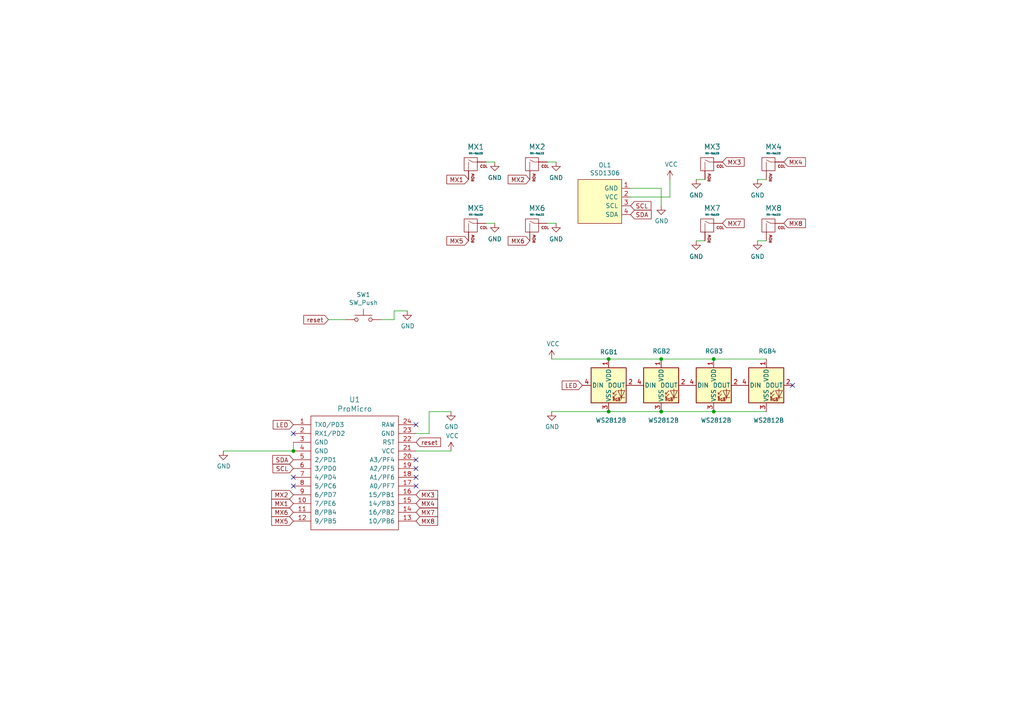
<source format=kicad_sch>
(kicad_sch (version 20211123) (generator eeschema)
  (paper "A4")
  (lib_symbols
    (symbol "LED:WS2812B" (pin_names (offset 0.254))
      (property "Reference" "D" (at 5.08 5.715 0))
      (property "Value" "WS2812B" (at 1.27 -5.715 0))
      (symbol "WS2812B_0_0"
        (text "RGB" (at 2.286 -4.191 0) (effects (font (size 0.762 0.762))))
      )
      (symbol "WS2812B_0_1"
        (polyline (pts (xy 1.27 -3.556) (xy 1.778 -3.556)))
        (polyline (pts (xy 1.27 -2.54) (xy 1.778 -2.54)))
        (polyline (pts (xy 4.699 -3.556) (xy 2.667 -3.556)))
        (polyline (pts (xy 2.286 -2.54) (xy 1.27 -3.556) (xy 1.27 -3.048)))
        (polyline (pts (xy 2.286 -1.524) (xy 1.27 -2.54) (xy 1.27 -2.032)))
        (polyline (pts (xy 3.683 -1.016) (xy 3.683 -3.556) (xy 3.683 -4.064)))
        (polyline (pts (xy 4.699 -1.524) (xy 2.667 -1.524) (xy 3.683 -3.556) (xy 4.699 -1.524)))
        (rectangle (start 5.08 5.08) (end -5.08 -5.08) (stroke (width 0.254)) (fill (type background)))
      )
      (symbol "WS2812B_1_1"
        (pin power_in line (at 0 7.62 270) (length 2.54) (name "VDD") (number "1"))
        (pin output line (at 7.62 0 180) (length 2.54) (name "DOUT") (number "2"))
        (pin power_in line (at 0 -7.62 90) (length 2.54) (name "VSS") (number "3"))
        (pin input line (at -7.62 0 0) (length 2.54) (name "DIN") (number "4"))
      )
    )
    (symbol "MX_Alps_Hybrid:MX-NoLED" (pin_names (offset 1.016))
      (property "Reference" "MX" (at -0.635 3.81 0))
      (property "Value" "MX_Alps_Hybrid_MX-NoLED" (at -0.635 1.27 0))
      (symbol "MX-NoLED_0_0"
        (rectangle (start -2.54 2.54) (end 1.27 -1.27))
        (polyline (pts (xy -1.27 -1.27) (xy -1.27 1.27)) (stroke (width 0.127)))
        (polyline (pts (xy 1.27 1.27) (xy 0 1.27) (xy -1.27 1.905)) (stroke (width 0.127)))
        (text "COL" (at 3.175 0 0) (effects (font (size 0.762 0.762))))
        (text "ROW" (at 0 -1.905 900) (effects (font (size 0.762 0.762)) (justify right)))
      )
      (symbol "MX-NoLED_1_1"
        (pin passive line (at 3.81 1.27 180) (length 2.54) (name "COL") (number "1"))
        (pin passive line (at -1.27 -3.81 90) (length 2.54) (name "ROW") (number "2"))
      )
    )
    (symbol "SSD1306-128x64_OLED:SSD1306" (pin_names (offset 1.016))
      (property "Reference" "Brd" (at 0 -3.81 0))
      (property "Value" "SSD1306-128x64_OLED_SSD1306" (at 0 -1.27 0))
      (symbol "SSD1306_0_1"
        (rectangle (start -6.35 6.35) (end 6.35 -6.35) (fill (type background)))
      )
      (symbol "SSD1306_1_1"
        (pin input line (at -3.81 8.89 270) (length 2.54) (name "GND") (number "1"))
        (pin input line (at -1.27 8.89 270) (length 2.54) (name "VCC") (number "2"))
        (pin input line (at 1.27 8.89 270) (length 2.54) (name "SCL") (number "3"))
        (pin input line (at 3.81 8.89 270) (length 2.54) (name "SDA") (number "4"))
      )
    )
    (symbol "Switch:SW_Push" (pin_numbers hide) (pin_names (offset 1.016) hide)
      (property "Reference" "SW" (at 1.27 2.54 0))
      (property "Value" "SW_Push" (at 0 -1.524 0))
      (symbol "SW_Push_0_1"
        (circle (center -2.032 0) (radius 0.508))
        (polyline (pts (xy 0 1.27) (xy 0 3.048)))
        (polyline (pts (xy 2.54 1.27) (xy -2.54 1.27)))
        (circle (center 2.032 0) (radius 0.508))
        (pin passive line (at -5.08 0 0) (length 2.54) (name "1") (number "1"))
        (pin passive line (at 5.08 0 180) (length 2.54) (name "2") (number "2"))
      )
    )
    (symbol "keebio:ProMicro" (pin_names (offset 1.016))
      (property "Reference" "U" (at 0 0 0))
      (property "Value" "keebio_ProMicro" (at 0 -19.05 0))
      (symbol "ProMicro_0_1"
        (rectangle (start -12.7 -16.51) (end 12.7 16.51))
      )
      (symbol "ProMicro_1_1"
        (pin input line (at -17.78 13.97 0) (length 5.08) (name "TX0/PD3") (number "1"))
        (pin input line (at -17.78 -8.89 0) (length 5.08) (name "7/PE6") (number "10"))
        (pin input line (at -17.78 -11.43 0) (length 5.08) (name "8/PB4") (number "11"))
        (pin input line (at -17.78 -13.97 0) (length 5.08) (name "9/PB5") (number "12"))
        (pin input line (at 17.78 -13.97 180) (length 5.08) (name "10/PB6") (number "13"))
        (pin input line (at 17.78 -11.43 180) (length 5.08) (name "16/PB2") (number "14"))
        (pin input line (at 17.78 -8.89 180) (length 5.08) (name "14/PB3") (number "15"))
        (pin input line (at 17.78 -6.35 180) (length 5.08) (name "15/PB1") (number "16"))
        (pin input line (at 17.78 -3.81 180) (length 5.08) (name "A0/PF7") (number "17"))
        (pin input line (at 17.78 -1.27 180) (length 5.08) (name "A1/PF6") (number "18"))
        (pin input line (at 17.78 1.27 180) (length 5.08) (name "A2/PF5") (number "19"))
        (pin input line (at -17.78 11.43 0) (length 5.08) (name "RX1/PD2") (number "2"))
        (pin input line (at 17.78 3.81 180) (length 5.08) (name "A3/PF4") (number "20"))
        (pin input line (at 17.78 6.35 180) (length 5.08) (name "VCC") (number "21"))
        (pin input line (at 17.78 8.89 180) (length 5.08) (name "RST") (number "22"))
        (pin input line (at 17.78 11.43 180) (length 5.08) (name "GND") (number "23"))
        (pin input line (at 17.78 13.97 180) (length 5.08) (name "RAW") (number "24"))
        (pin input line (at -17.78 8.89 0) (length 5.08) (name "GND") (number "3"))
        (pin input line (at -17.78 6.35 0) (length 5.08) (name "GND") (number "4"))
        (pin input line (at -17.78 3.81 0) (length 5.08) (name "2/PD1") (number "5"))
        (pin input line (at -17.78 1.27 0) (length 5.08) (name "3/PD0") (number "6"))
        (pin input line (at -17.78 -1.27 0) (length 5.08) (name "4/PD4") (number "7"))
        (pin input line (at -17.78 -3.81 0) (length 5.08) (name "5/PC6") (number "8"))
        (pin input line (at -17.78 -6.35 0) (length 5.08) (name "6/PD7") (number "9"))
      )
    )
    (symbol "power:GND" (power) (pin_names (offset 0))
      (property "Value" "GND" (at 0 -3.81 0))
      (symbol "GND_0_1"
        (polyline (pts (xy 0 0) (xy 0 -1.27) (xy 1.27 -1.27) (xy 0 -2.54) (xy -1.27 -1.27) (xy 0 -1.27)))
      )
      (symbol "GND_1_1"
        (pin power_in line (at 0 0 270) (length 0) hide (name "GND") (number "1"))
      )
    )
    (symbol "power:VCC" (power) (pin_names (offset 0))
      (property "Value" "VCC" (at 0 3.81 0))
      (symbol "VCC_0_1"
        (polyline (pts (xy -0.762 1.27) (xy 0 2.54)))
        (polyline (pts (xy 0 0) (xy 0 2.54)))
        (polyline (pts (xy 0 2.54) (xy 0.762 1.27)))
      )
      (symbol "VCC_1_1"
        (pin power_in line (at 0 0 90) (length 0) hide (name "VCC") (number "1"))
      )
    )
  )
  (junction (at 85.09 130.81))
  (junction (at 207.01 104.14))
  (junction (at 176.53 104.14))
  (junction (at 207.01 119.38))
  (junction (at 191.77 104.14))
  (junction (at 176.53 119.38))
  (junction (at 191.77 119.38))
  (no_connect (at 120.65 140.97))
  (no_connect (at 85.09 125.73))
  (no_connect (at 85.09 138.43))
  (no_connect (at 120.65 138.43))
  (no_connect (at 120.65 123.19))
  (no_connect (at 120.65 135.89))
  (no_connect (at 120.65 133.35))
  (no_connect (at 229.87 111.76))
  (no_connect (at 85.09 140.97))
  (wire (pts (xy 124.46 119.38) (xy 124.46 125.73)))
  (wire (pts (xy 219.71 69.85) (xy 222.25 69.85)))
  (wire (pts (xy 114.3 92.71) (xy 114.3 90.17)))
  (wire (pts (xy 176.53 119.38) (xy 191.77 119.38)))
  (wire (pts (xy 219.71 52.07) (xy 222.25 52.07)))
  (wire (pts (xy 130.81 119.38) (xy 124.46 119.38)))
  (wire (pts (xy 85.09 130.81) (xy 64.77 130.81)))
  (wire (pts (xy 201.93 69.85) (xy 204.47 69.85)))
  (wire (pts (xy 160.02 119.38) (xy 176.53 119.38)))
  (wire (pts (xy 158.75 46.99) (xy 161.29 46.99)))
  (wire (pts (xy 95.25 92.71) (xy 100.33 92.71)))
  (wire (pts (xy 182.88 54.61) (xy 191.77 54.61)))
  (wire (pts (xy 120.65 130.81) (xy 130.81 130.81)))
  (wire (pts (xy 201.93 52.07) (xy 204.47 52.07)))
  (wire (pts (xy 140.97 46.99) (xy 143.51 46.99)))
  (wire (pts (xy 110.49 92.71) (xy 114.3 92.71)))
  (wire (pts (xy 158.75 64.77) (xy 161.29 64.77)))
  (wire (pts (xy 191.77 119.38) (xy 207.01 119.38)))
  (wire (pts (xy 85.09 128.27) (xy 85.09 130.81)))
  (wire (pts (xy 140.97 64.77) (xy 143.51 64.77)))
  (wire (pts (xy 191.77 54.61) (xy 191.77 59.69)))
  (wire (pts (xy 120.65 125.73) (xy 124.46 125.73)))
  (wire (pts (xy 114.3 90.17) (xy 118.11 90.17)))
  (wire (pts (xy 160.02 104.14) (xy 176.53 104.14)))
  (wire (pts (xy 194.31 52.07) (xy 194.31 57.15)))
  (wire (pts (xy 222.25 119.38) (xy 207.01 119.38)))
  (wire (pts (xy 207.01 104.14) (xy 222.25 104.14)))
  (wire (pts (xy 176.53 104.14) (xy 191.77 104.14)))
  (wire (pts (xy 182.88 57.15) (xy 194.31 57.15)))
  (wire (pts (xy 191.77 104.14) (xy 207.01 104.14)))
  (global_label "MX7" (shape input) (at 120.65 148.59 0) (property "Intersheet References" "${INTERSHEET_REFS}" (effects hide)))
  (global_label "LED" (shape input) (at 85.09 123.19 180) (property "Intersheet References" "${INTERSHEET_REFS}" (effects hide)))
  (global_label "MX3" (shape input) (at 209.55 46.99 0) (property "Intersheet References" "${INTERSHEET_REFS}" (effects hide)))
  (global_label "MX7" (shape input) (at 209.55 64.77 0) (property "Intersheet References" "${INTERSHEET_REFS}" (effects hide)))
  (global_label "SDA" (shape input) (at 182.88 62.23 0) (property "Intersheet References" "${INTERSHEET_REFS}" (effects hide)))
  (global_label "MX4" (shape input) (at 120.65 146.05 0) (property "Intersheet References" "${INTERSHEET_REFS}" (effects hide)))
  (global_label "reset" (shape input) (at 95.25 92.71 180) (property "Intersheet References" "${INTERSHEET_REFS}" (effects hide)))
  (global_label "SCL" (shape input) (at 182.88 59.69 0) (property "Intersheet References" "${INTERSHEET_REFS}" (effects hide)))
  (global_label "MX5" (shape input) (at 85.09 151.13 180) (property "Intersheet References" "${INTERSHEET_REFS}" (effects hide)))
  (global_label "MX3" (shape input) (at 120.65 143.51 0) (property "Intersheet References" "${INTERSHEET_REFS}" (effects hide)))
  (global_label "MX1" (shape input) (at 85.09 146.05 180) (property "Intersheet References" "${INTERSHEET_REFS}" (effects hide)))
  (global_label "LED" (shape input) (at 168.91 111.76 180) (property "Intersheet References" "${INTERSHEET_REFS}" (effects hide)))
  (global_label "MX8" (shape input) (at 227.33 64.77 0) (property "Intersheet References" "${INTERSHEET_REFS}" (effects hide)))
  (global_label "MX6" (shape input) (at 153.67 69.85 180) (property "Intersheet References" "${INTERSHEET_REFS}" (effects hide)))
  (global_label "MX2" (shape input) (at 153.67 52.07 180) (property "Intersheet References" "${INTERSHEET_REFS}" (effects hide)))
  (global_label "MX5" (shape input) (at 135.89 69.85 180) (property "Intersheet References" "${INTERSHEET_REFS}" (effects hide)))
  (global_label "SDA" (shape input) (at 85.09 133.35 180) (property "Intersheet References" "${INTERSHEET_REFS}" (effects hide)))
  (global_label "MX6" (shape input) (at 85.09 148.59 180) (property "Intersheet References" "${INTERSHEET_REFS}" (effects hide)))
  (global_label "reset" (shape input) (at 120.65 128.27 0) (property "Intersheet References" "${INTERSHEET_REFS}" (effects hide)))
  (global_label "MX2" (shape input) (at 85.09 143.51 180) (property "Intersheet References" "${INTERSHEET_REFS}" (effects hide)))
  (global_label "MX4" (shape input) (at 227.33 46.99 0) (property "Intersheet References" "${INTERSHEET_REFS}" (effects hide)))
  (global_label "SCL" (shape input) (at 85.09 135.89 180) (property "Intersheet References" "${INTERSHEET_REFS}" (effects hide)))
  (global_label "MX1" (shape input) (at 135.89 52.07 180) (property "Intersheet References" "${INTERSHEET_REFS}" (effects hide)))
  (global_label "MX8" (shape input) (at 120.65 151.13 0) (property "Intersheet References" "${INTERSHEET_REFS}" (effects hide)))
  (symbol (lib_id "keebio:ProMicro") (at 102.87 137.16 0) (unit 1)
    (property "Reference" "U1" (at 102.87 115.9002 0) (effects (font (size 1.524 1.524))))
    (property "Value" "ProMicro" (at 102.87 118.5926 0) (effects (font (size 1.524 1.524))))
    (property "Footprint" "Keebio-Parts:ArduinoProMicro" (effects hide))
  )
  (symbol (lib_id "power:GND") (at 64.77 130.81 0) (unit 1)
    (property "Reference" "#PWR0101" (effects hide))
    (property "Value" "GND" (at 64.897 135.2042 0))
  )
  (symbol (lib_id "power:GND") (at 130.81 119.38 0) (unit 1)
    (property "Reference" "#PWR0103" (effects hide))
    (property "Value" "GND" (at 130.937 123.7742 0))
  )
  (symbol (lib_id "MX_Alps_Hybrid:MX-NoLED") (at 137.16 48.26 0) (unit 1)
    (property "Reference" "MX1" (at 137.9982 42.5958 0) (effects (font (size 1.524 1.524))))
    (property "Value" "MX-NoLED" (at 137.9982 44.4754 0) (effects (font (size 0.508 0.508))))
    (property "Footprint" "0xcb:SW_Cherry_MX_PCB_1.00u" (effects hide))
  )
  (symbol (lib_id "MX_Alps_Hybrid:MX-NoLED") (at 154.94 48.26 0) (unit 1)
    (property "Reference" "MX2" (at 155.7782 42.5958 0) (effects (font (size 1.524 1.524))))
    (property "Value" "MX-NoLED" (at 155.7782 44.4754 0) (effects (font (size 0.508 0.508))))
    (property "Footprint" "0xcb:SW_Cherry_MX_PCB_1.00u" (effects hide))
  )
  (symbol (lib_id "MX_Alps_Hybrid:MX-NoLED") (at 205.74 48.26 0) (unit 1)
    (property "Reference" "MX3" (at 206.5782 42.5958 0) (effects (font (size 1.524 1.524))))
    (property "Value" "MX-NoLED" (at 206.5782 44.4754 0) (effects (font (size 0.508 0.508))))
    (property "Footprint" "0xcb:SW_Cherry_MX_PCB_1.00u" (effects hide))
  )
  (symbol (lib_id "MX_Alps_Hybrid:MX-NoLED") (at 223.52 48.26 0) (unit 1)
    (property "Reference" "MX4" (at 224.3582 42.5958 0) (effects (font (size 1.524 1.524))))
    (property "Value" "MX-NoLED" (at 224.3582 44.4754 0) (effects (font (size 0.508 0.508))))
    (property "Footprint" "0xcb:SW_Cherry_MX_PCB_1.00u" (effects hide))
  )
  (symbol (lib_id "MX_Alps_Hybrid:MX-NoLED") (at 137.16 66.04 0) (unit 1)
    (property "Reference" "MX5" (at 137.9982 60.3758 0) (effects (font (size 1.524 1.524))))
    (property "Value" "MX-NoLED" (at 137.9982 62.2554 0) (effects (font (size 0.508 0.508))))
    (property "Footprint" "0xcb:SW_Cherry_MX_PCB_1.00u" (effects hide))
  )
  (symbol (lib_id "MX_Alps_Hybrid:MX-NoLED") (at 154.94 66.04 0) (unit 1)
    (property "Reference" "MX6" (at 155.7782 60.3758 0) (effects (font (size 1.524 1.524))))
    (property "Value" "MX-NoLED" (at 155.7782 62.2554 0) (effects (font (size 0.508 0.508))))
    (property "Footprint" "0xcb:SW_Cherry_MX_PCB_1.00u" (effects hide))
  )
  (symbol (lib_id "MX_Alps_Hybrid:MX-NoLED") (at 205.74 66.04 0) (unit 1)
    (property "Reference" "MX7" (at 206.5782 60.3758 0) (effects (font (size 1.524 1.524))))
    (property "Value" "MX-NoLED" (at 206.5782 62.2554 0) (effects (font (size 0.508 0.508))))
    (property "Footprint" "0xcb:SW_Cherry_MX_PCB_1.00u" (effects hide))
  )
  (symbol (lib_id "MX_Alps_Hybrid:MX-NoLED") (at 223.52 66.04 0) (unit 1)
    (property "Reference" "MX8" (at 224.3582 60.3758 0) (effects (font (size 1.524 1.524))))
    (property "Value" "MX-NoLED" (at 224.3582 62.2554 0) (effects (font (size 0.508 0.508))))
    (property "Footprint" "0xcb:SW_Cherry_MX_PCB_1.00u" (effects hide))
  )
  (symbol (lib_id "power:VCC") (at 130.81 130.81 0) (unit 1)
    (property "Reference" "#PWR0102" (effects hide))
    (property "Value" "VCC" (at 131.191 126.4158 0))
  )
  (symbol (lib_id "LED:WS2812B") (at 176.53 111.76 0) (unit 1)
    (property "Reference" "RGB1" (at 173.99 102.108 0) (effects (justify left)))
    (property "Value" "WS2812B" (at 172.72 121.92 0) (effects (justify left)))
    (property "Footprint" "Keebio-Parts:WS2812B" (effects hide))
    (property "Datasheet" "https://cdn-shop.adafruit.com/datasheets/WS2812B.pdf" (effects hide))
  )
  (symbol (lib_id "Switch:SW_Push") (at 105.41 92.71 0) (unit 1)
    (property "Reference" "SW1" (at 105.41 85.471 0))
    (property "Value" "SW_Push" (at 105.41 87.7824 0))
    (property "Footprint" "Keebio-Parts:SW_Tactile_SPST_Angled_MJTP1117" (effects hide))
  )
  (symbol (lib_id "power:GND") (at 118.11 90.17 0) (unit 1)
    (property "Reference" "#PWR0104" (effects hide))
    (property "Value" "GND" (at 118.237 94.5642 0))
  )
  (symbol (lib_id "LED:WS2812B") (at 191.77 111.76 0) (unit 1)
    (property "Reference" "RGB2" (at 189.23 101.854 0) (effects (justify left)))
    (property "Value" "WS2812B" (at 187.96 121.92 0) (effects (justify left)))
    (property "Footprint" "Keebio-Parts:WS2812B" (effects hide))
    (property "Datasheet" "https://cdn-shop.adafruit.com/datasheets/WS2812B.pdf" (effects hide))
  )
  (symbol (lib_id "LED:WS2812B") (at 207.01 111.76 0) (unit 1)
    (property "Reference" "RGB3" (at 204.47 101.854 0) (effects (justify left)))
    (property "Value" "WS2812B" (at 203.2 121.92 0) (effects (justify left)))
    (property "Footprint" "Keebio-Parts:WS2812B" (effects hide))
    (property "Datasheet" "https://cdn-shop.adafruit.com/datasheets/WS2812B.pdf" (effects hide))
  )
  (symbol (lib_id "power:GND") (at 160.02 119.38 0) (unit 1)
    (property "Reference" "#PWR0105" (effects hide))
    (property "Value" "GND" (at 160.147 123.7742 0))
  )
  (symbol (lib_id "power:VCC") (at 160.02 104.14 0) (unit 1)
    (property "Reference" "#PWR0106" (effects hide))
    (property "Value" "VCC" (at 160.401 99.7458 0))
  )
  (symbol (lib_id "power:GND") (at 191.77 59.69 0) (unit 1)
    (property "Reference" "#PWR0108" (effects hide))
    (property "Value" "GND" (at 191.897 64.0842 0))
  )
  (symbol (lib_id "power:VCC") (at 194.31 52.07 0) (unit 1)
    (property "Reference" "#PWR0107" (effects hide))
    (property "Value" "VCC" (at 194.691 47.6758 0))
  )
  (symbol (lib_id "SSD1306-128x64_OLED:SSD1306") (at 173.99 58.42 270) (unit 1)
    (property "Reference" "OL1" (at 175.4632 47.879 90))
    (property "Value" "SSD1306" (at 175.4632 50.1904 90))
    (property "Footprint" "SSD1306:128x64OLED" (effects hide))
  )
  (symbol (lib_id "LED:WS2812B") (at 222.25 111.76 0) (unit 1)
    (property "Reference" "RGB4" (at 219.964 101.854 0) (effects (justify left)))
    (property "Value" "WS2812B" (at 218.44 121.92 0) (effects (justify left)))
    (property "Footprint" "Keebio-Parts:WS2812B" (effects hide))
    (property "Datasheet" "https://cdn-shop.adafruit.com/datasheets/WS2812B.pdf" (effects hide))
  )
  (symbol (lib_id "power:GND") (at 201.93 52.07 0) (unit 1)
    (property "Reference" "#PWR0115" (effects hide))
    (property "Value" "GND" (at 201.93 56.6325 0))
  )
  (symbol (lib_id "power:GND") (at 219.71 69.85 0) (unit 1)
    (property "Reference" "#PWR0113" (effects hide))
    (property "Value" "GND" (at 219.71 74.4125 0))
  )
  (symbol (lib_id "power:GND") (at 161.29 46.99 0) (unit 1)
    (property "Reference" "#PWR0114" (effects hide))
    (property "Value" "GND" (at 161.29 51.5525 0))
  )
  (symbol (lib_id "power:GND") (at 161.29 64.77 0) (unit 1)
    (property "Reference" "#PWR0112" (effects hide))
    (property "Value" "GND" (at 161.29 69.3325 0))
  )
  (symbol (lib_id "power:GND") (at 143.51 64.77 0) (unit 1)
    (property "Reference" "#PWR0110" (effects hide))
    (property "Value" "GND" (at 143.51 69.3325 0))
  )
  (symbol (lib_id "power:GND") (at 219.71 52.07 0) (unit 1)
    (property "Reference" "#PWR0116" (effects hide))
    (property "Value" "GND" (at 219.71 56.6325 0))
  )
  (symbol (lib_id "power:GND") (at 143.51 46.99 0) (unit 1)
    (property "Reference" "#PWR0111" (effects hide))
    (property "Value" "GND" (at 143.51 51.5525 0))
  )
  (symbol (lib_id "power:GND") (at 201.93 69.85 0) (unit 1)
    (property "Reference" "#PWR0109" (effects hide))
    (property "Value" "GND" (at 201.93 74.4125 0))
  )
)
</source>
